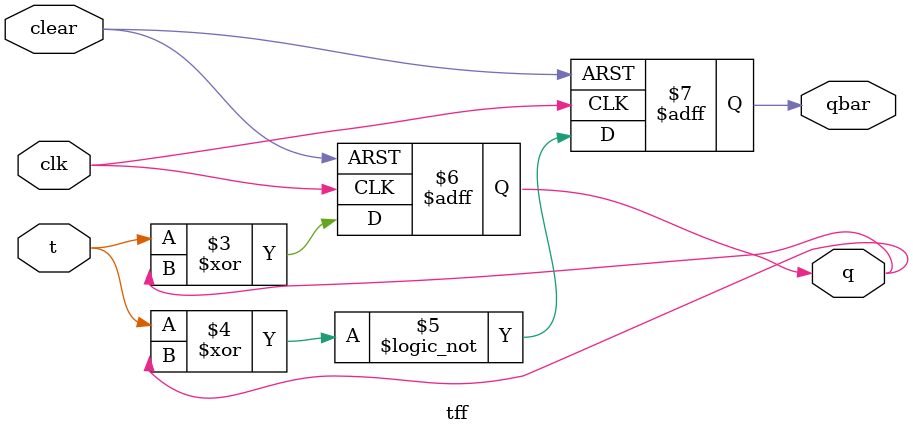
<source format=v>
module tff(
	input clk,
	input t,
	input clear,
	output reg q,
	output reg qbar
	);
	always @(posedge clk or posedge clear) begin
		if (clear==1) begin
			q <= 0;
			qbar <= 1;
		end
		else begin
			q <= t^q;
			qbar <= !(t^q);
		end
	end
endmodule

</source>
